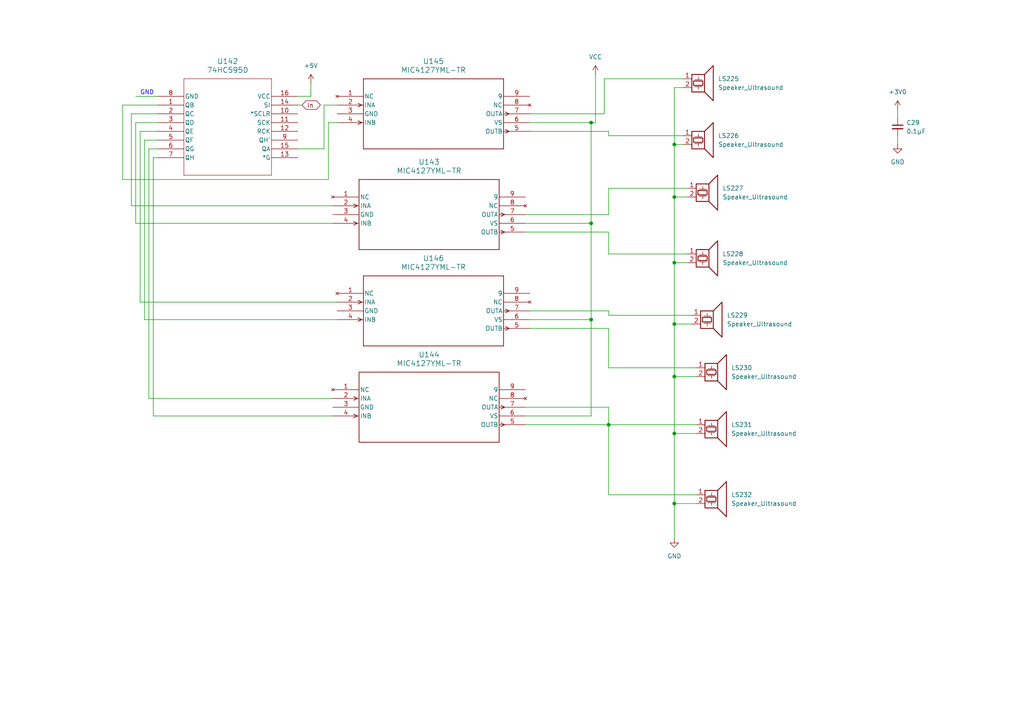
<source format=kicad_sch>
(kicad_sch (version 20250114) (generator "eeschema") (generator_version "9.0")
  (paper "A4")
  (lib_symbols
    (symbol "2025-12-28_09-02-17:MIC4127YML-TR" (pin_names (offset 0.254))
      (property "Reference" "U" (at 27.94 10.16 0))
      (property "Value" "MIC4127YML-TR" (at 27.94 7.62 0))
      (symbol "MIC4127YML-TR_0_1"
        (polyline (pts (xy 7.0993 -2.54) (xy 6.0579 -2.0193)) (stroke (width 0.2032)))
        (polyline (pts (xy 7.0993 -2.54) (xy 6.0579 -3.0607)) (stroke (width 0.2032)))
        (polyline (pts (xy 7.0993 -7.62) (xy 6.0579 -7.0993)) (stroke (width 0.2032)))
        (polyline (pts (xy 7.0993 -7.62) (xy 6.0579 -8.1407)) (stroke (width 0.2032)))
        (polyline (pts (xy 7.62 5.08) (xy 7.62 -15.24)) (stroke (width 0.2032)))
        (polyline (pts (xy 7.62 -15.24) (xy 48.26 -15.24)) (stroke (width 0.2032)))
        (polyline (pts (xy 48.26 5.08) (xy 7.62 5.08)) (stroke (width 0.2032)))
        (polyline (pts (xy 48.26 -15.24) (xy 48.26 5.08)) (stroke (width 0.2032)))
        (polyline (pts (xy 48.7807 -4.5593) (xy 49.8221 -5.08)) (stroke (width 0.2032)))
        (polyline (pts (xy 48.7807 -5.6007) (xy 49.8221 -5.08)) (stroke (width 0.2032)))
        (polyline (pts (xy 48.7807 -9.6393) (xy 49.8221 -10.16)) (stroke (width 0.2032)))
        (polyline (pts (xy 48.7807 -10.6807) (xy 49.8221 -10.16)) (stroke (width 0.2032)))
        (pin no_connect line (at 0 0 0) (length 7.62) (name "NC") (number "1"))
        (pin input line (at 0 -2.54 0) (length 7.62) (name "INA") (number "2"))
        (pin power_in line (at 0 -5.08 0) (length 7.62) (name "GND") (number "3"))
        (pin input line (at 0 -7.62 0) (length 7.62) (name "INB") (number "4"))
        (pin unspecified line (at 55.88 0 180) (length 7.62) (name "9") (number "9"))
        (pin no_connect line (at 55.88 -2.54 180) (length 7.62) (name "NC") (number "8"))
        (pin output line (at 55.88 -5.08 180) (length 7.62) (name "OUTA") (number "7"))
        (pin power_in line (at 55.88 -7.62 180) (length 7.62) (name "VS") (number "6"))
        (pin output line (at 55.88 -10.16 180) (length 7.62) (name "OUTB") (number "5"))
      )
    )
    (symbol "2025-12-28_09-22-42:74HC595D" (pin_names (offset 0.254))
      (property "Reference" "U" (at 20.32 10.16 0))
      (property "Value" "74HC595D" (at 20.32 7.62 0))
      (symbol "74HC595D_0_1"
        (polyline (pts (xy 7.62 5.08) (xy 7.62 -22.86)) (stroke (width 0.127)))
        (polyline (pts (xy 7.62 -22.86) (xy 33.02 -22.86)) (stroke (width 0.127)))
        (polyline (pts (xy 33.02 5.08) (xy 7.62 5.08)) (stroke (width 0.127)))
        (polyline (pts (xy 33.02 -22.86) (xy 33.02 5.08)) (stroke (width 0.127)))
        (pin power_out line (at 0 0 0) (length 7.62) (name "GND") (number "8"))
        (pin output line (at 0 -2.54 0) (length 7.62) (name "QB") (number "1"))
        (pin output line (at 0 -5.08 0) (length 7.62) (name "QC") (number "2"))
        (pin output line (at 0 -7.62 0) (length 7.62) (name "QD") (number "3"))
        (pin output line (at 0 -10.16 0) (length 7.62) (name "QE") (number "4"))
        (pin output line (at 0 -12.7 0) (length 7.62) (name "QF") (number "5"))
        (pin output line (at 0 -15.24 0) (length 7.62) (name "QG") (number "6"))
        (pin output line (at 0 -17.78 0) (length 7.62) (name "QH") (number "7"))
        (pin power_in line (at 40.64 0 180) (length 7.62) (name "VCC") (number "16"))
        (pin input line (at 40.64 -2.54 180) (length 7.62) (name "SI") (number "14"))
        (pin input line (at 40.64 -5.08 180) (length 7.62) (name "*SCLR") (number "10"))
        (pin input line (at 40.64 -7.62 180) (length 7.62) (name "SCK") (number "11"))
        (pin input line (at 40.64 -10.16 180) (length 7.62) (name "RCK") (number "12"))
        (pin output line (at 40.64 -12.7 180) (length 7.62) (name "QH'") (number "9"))
        (pin output line (at 40.64 -15.24 180) (length 7.62) (name "QA") (number "15"))
        (pin input line (at 40.64 -17.78 180) (length 7.62) (name "*G") (number "13"))
      )
    )
    (symbol "Device:C_Small" (pin_numbers (hide yes)) (pin_names (offset 0.254) (hide yes))
      (property "Reference" "C" (at 0.254 1.778 0))
      (property "Value" "C_Small" (at 0.254 -2.032 0))
      (symbol "C_Small_0_1"
        (polyline (pts (xy -1.524 0.508) (xy 1.524 0.508)) (stroke (width 0.3048)))
        (polyline (pts (xy -1.524 -0.508) (xy 1.524 -0.508)) (stroke (width 0.3302)))
      )
      (symbol "C_Small_1_1"
        (pin passive line (at 0 2.54 270) (length 2.032) (name "~") (number "1"))
        (pin passive line (at 0 -2.54 90) (length 2.032) (name "~") (number "2"))
      )
    )
    (symbol "Device:Speaker_Ultrasound" (pin_names (offset 0) (hide yes))
      (property "Reference" "LS" (at 0.635 5.715 0))
      (property "Value" "Speaker_Ultrasound" (at 0.635 3.81 0))
      (symbol "Speaker_Ultrasound_0_0"
        (rectangle (start -2.54 1.27) (end 1.143 -3.81) (stroke (width 0.254)))
        (rectangle (start -2.032 -0.635) (end 0.635 -1.905) (stroke (width 0.254)))
        (polyline (pts (xy -1.651 -0.254) (xy 0.381 -0.254)))
        (polyline (pts (xy -1.651 -2.286) (xy 0.381 -2.286)))
        (polyline (pts (xy -0.635 -0.254) (xy -0.635 0.508)))
        (polyline (pts (xy -0.635 -2.286) (xy -0.635 -3.048)))
        (polyline (pts (xy 1.143 1.27) (xy 3.683 3.81) (xy 3.683 -6.35) (xy 1.143 -3.81)) (stroke (width 0.254)))
      )
      (symbol "Speaker_Ultrasound_1_1"
        (pin input line (at -5.08 0 0) (length 2.54) (name "1") (number "1"))
        (pin input line (at -5.08 -2.54 0) (length 2.54) (name "2") (number "2"))
      )
    )
    (symbol "power:+3V0" (power) (pin_numbers (hide yes)) (pin_names (offset 0) (hide yes))
      (property "Value" "+3V0" (at 0 3.556 0))
      (symbol "+3V0_0_1"
        (polyline (pts (xy -0.762 1.27) (xy 0 2.54)))
        (polyline (pts (xy 0 2.54) (xy 0.762 1.27)))
        (polyline (pts (xy 0 0) (xy 0 2.54)))
      )
      (symbol "+3V0_1_1"
        (pin power_in line (at 0 0 90) (length 0) (name "~") (number "1"))
      )
    )
    (symbol "power:+5V" (power) (pin_numbers (hide yes)) (pin_names (offset 0) (hide yes))
      (property "Value" "+5V" (at 0 3.556 0))
      (symbol "+5V_0_1"
        (polyline (pts (xy -0.762 1.27) (xy 0 2.54)))
        (polyline (pts (xy 0 2.54) (xy 0.762 1.27)))
        (polyline (pts (xy 0 0) (xy 0 2.54)))
      )
      (symbol "+5V_1_1"
        (pin power_in line (at 0 0 90) (length 0) (name "~") (number "1"))
      )
    )
    (symbol "power:GND" (power) (pin_numbers (hide yes)) (pin_names (offset 0) (hide yes))
      (property "Value" "GND" (at 0 -3.81 0))
      (symbol "GND_0_1"
        (polyline (pts (xy 0 0) (xy 0 -1.27) (xy 1.27 -1.27) (xy 0 -2.54) (xy -1.27 -1.27) (xy 0 -1.27)))
      )
      (symbol "GND_1_1"
        (pin power_in line (at 0 0 270) (length 0) (name "~") (number "1"))
      )
    )
    (symbol "power:VCC" (power) (pin_numbers (hide yes)) (pin_names (offset 0) (hide yes))
      (property "Value" "VCC" (at 0 3.556 0))
      (symbol "VCC_0_1"
        (polyline (pts (xy -0.762 1.27) (xy 0 2.54)))
        (polyline (pts (xy 0 2.54) (xy 0.762 1.27)))
        (polyline (pts (xy 0 0) (xy 0 2.54)))
      )
      (symbol "VCC_1_1"
        (pin power_in line (at 0 0 90) (length 0) (name "~") (number "1"))
      )
    )
  )
  (text "GND" (at 42.672 26.924 0) (effects (font (size 1.27 1.27))))
  (junction (at 195.58 93.98))
  (junction (at 195.58 41.91))
  (junction (at 176.53 123.19))
  (junction (at 195.58 76.2))
  (junction (at 171.45 35.56))
  (junction (at 195.58 109.22))
  (junction (at 171.45 92.71))
  (junction (at 195.58 125.73))
  (junction (at 171.45 64.77))
  (junction (at 195.58 146.05))
  (junction (at 195.58 57.15))
  (wire (pts (xy 152.4 64.77) (xy 171.45 64.77)))
  (wire (pts (xy 38.1 33.02) (xy 38.1 59.69)))
  (wire (pts (xy 195.58 76.2) (xy 199.39 76.2)))
  (wire (pts (xy 45.72 45.72) (xy 44.45 45.72)))
  (wire (pts (xy 176.53 123.19) (xy 201.93 123.19)))
  (wire (pts (xy 152.4 118.11) (xy 176.53 118.11)))
  (wire (pts (xy 39.37 64.77) (xy 96.52 64.77)))
  (wire (pts (xy 153.67 38.1) (xy 176.53 38.1)))
  (wire (pts (xy 45.72 33.02) (xy 38.1 33.02)))
  (wire (pts (xy 195.58 41.91) (xy 198.12 41.91)))
  (wire (pts (xy 176.53 118.11) (xy 176.53 123.19)))
  (wire (pts (xy 38.1 59.69) (xy 96.52 59.69)))
  (wire (pts (xy 39.37 35.56) (xy 39.37 64.77)))
  (wire (pts (xy 86.36 30.48) (xy 87.63 30.48)))
  (wire (pts (xy 152.4 67.31) (xy 176.53 67.31)))
  (wire (pts (xy 40.64 38.1) (xy 40.64 87.63)))
  (wire (pts (xy 45.72 30.48) (xy 35.56 30.48)))
  (wire (pts (xy 171.45 35.56) (xy 171.45 64.77)))
  (wire (pts (xy 86.36 43.18) (xy 93.98 43.18)))
  (wire (pts (xy 176.53 54.61) (xy 199.39 54.61)))
  (wire (pts (xy 45.72 38.1) (xy 40.64 38.1)))
  (wire (pts (xy 41.91 92.71) (xy 97.79 92.71)))
  (wire (pts (xy 95.25 35.56) (xy 97.79 35.56)))
  (wire (pts (xy 195.58 93.98) (xy 195.58 109.22)))
  (wire (pts (xy 152.4 123.19) (xy 176.53 123.19)))
  (wire (pts (xy 153.67 33.02) (xy 175.26 33.02)))
  (wire (pts (xy 93.98 30.48) (xy 97.79 30.48)))
  (wire (pts (xy 86.36 27.94) (xy 90.17 27.94)))
  (wire (pts (xy 201.93 146.05) (xy 195.58 146.05)))
  (wire (pts (xy 176.53 67.31) (xy 176.53 73.66)))
  (wire (pts (xy 45.72 40.64) (xy 41.91 40.64)))
  (wire (pts (xy 171.45 92.71) (xy 171.45 120.65)))
  (wire (pts (xy 176.53 38.1) (xy 176.53 39.37)))
  (wire (pts (xy 176.53 143.51) (xy 201.93 143.51)))
  (wire (pts (xy 35.56 52.07) (xy 95.25 52.07)))
  (wire (pts (xy 260.35 31.75) (xy 260.35 34.29)))
  (wire (pts (xy 39.37 27.94) (xy 45.72 27.94)))
  (wire (pts (xy 35.56 30.48) (xy 35.56 52.07)))
  (wire (pts (xy 195.58 146.05) (xy 195.58 156.21)))
  (wire (pts (xy 43.18 43.18) (xy 43.18 115.57)))
  (wire (pts (xy 198.12 25.4) (xy 195.58 25.4)))
  (wire (pts (xy 43.18 115.57) (xy 96.52 115.57)))
  (wire (pts (xy 44.45 120.65) (xy 96.52 120.65)))
  (wire (pts (xy 176.53 62.23) (xy 176.53 54.61)))
  (wire (pts (xy 176.53 91.44) (xy 200.66 91.44)))
  (wire (pts (xy 153.67 35.56) (xy 171.45 35.56)))
  (wire (pts (xy 41.91 40.64) (xy 41.91 92.71)))
  (wire (pts (xy 90.17 24.13) (xy 90.17 27.94)))
  (wire (pts (xy 152.4 120.65) (xy 171.45 120.65)))
  (wire (pts (xy 195.58 125.73) (xy 201.93 125.73)))
  (wire (pts (xy 175.26 22.86) (xy 198.12 22.86)))
  (wire (pts (xy 44.45 45.72) (xy 44.45 120.65)))
  (wire (pts (xy 195.58 109.22) (xy 195.58 125.73)))
  (wire (pts (xy 153.67 95.25) (xy 176.53 95.25)))
  (wire (pts (xy 176.53 106.68) (xy 201.93 106.68)))
  (wire (pts (xy 195.58 93.98) (xy 200.66 93.98)))
  (wire (pts (xy 153.67 90.17) (xy 176.53 90.17)))
  (wire (pts (xy 195.58 41.91) (xy 195.58 57.15)))
  (wire (pts (xy 172.72 21.59) (xy 172.72 35.56)))
  (wire (pts (xy 195.58 76.2) (xy 195.58 93.98)))
  (wire (pts (xy 260.35 39.37) (xy 260.35 41.91)))
  (wire (pts (xy 153.67 92.71) (xy 171.45 92.71)))
  (wire (pts (xy 152.4 62.23) (xy 176.53 62.23)))
  (wire (pts (xy 171.45 64.77) (xy 171.45 92.71)))
  (wire (pts (xy 176.53 123.19) (xy 176.53 143.51)))
  (wire (pts (xy 45.72 43.18) (xy 43.18 43.18)))
  (wire (pts (xy 195.58 57.15) (xy 199.39 57.15)))
  (wire (pts (xy 195.58 125.73) (xy 195.58 146.05)))
  (wire (pts (xy 176.53 90.17) (xy 176.53 91.44)))
  (wire (pts (xy 195.58 109.22) (xy 201.93 109.22)))
  (wire (pts (xy 176.53 39.37) (xy 198.12 39.37)))
  (wire (pts (xy 175.26 33.02) (xy 175.26 22.86)))
  (wire (pts (xy 195.58 57.15) (xy 195.58 76.2)))
  (wire (pts (xy 95.25 52.07) (xy 95.25 35.56)))
  (wire (pts (xy 195.58 25.4) (xy 195.58 41.91)))
  (wire (pts (xy 45.72 35.56) (xy 39.37 35.56)))
  (wire (pts (xy 40.64 87.63) (xy 97.79 87.63)))
  (wire (pts (xy 93.98 43.18) (xy 93.98 30.48)))
  (wire (pts (xy 171.45 35.56) (xy 172.72 35.56)))
  (wire (pts (xy 176.53 73.66) (xy 199.39 73.66)))
  (wire (pts (xy 176.53 95.25) (xy 176.53 106.68)))
  (global_label "In" (shape bidirectional) (at 87.63 30.48 0) (property "Intersheetrefs" "${INTERSHEET_REFS}" (effects (hide yes))))
  (symbol (lib_id "Device:Speaker_Ultrasound") (at 205.74 91.44 0) (unit 1)
    (property "Reference" "LS229" (at 210.82 91.4399 0) (effects (justify left)))
    (property "Value" "Speaker_Ultrasound" (at 210.82 93.9799 0) (effects (justify left)))
    (property "Description" "Ultrasonic transducer" (effects (hide yes)))
  )
  (symbol (lib_id "Device:Speaker_Ultrasound") (at 203.2 39.37 0) (unit 1)
    (property "Reference" "LS226" (at 208.28 39.3699 0) (effects (justify left)))
    (property "Value" "Speaker_Ultrasound" (at 208.28 41.9099 0) (effects (justify left)))
    (property "Description" "Ultrasonic transducer" (effects (hide yes)))
  )
  (symbol (lib_id "2025-12-28_09-02-17:MIC4127YML-TR") (at 96.52 113.03 0) (unit 1)
    (property "Reference" "U144" (at 124.46 102.87 0) (effects (font (size 1.524 1.524))))
    (property "Value" "MIC4127YML-TR" (at 124.46 105.41 0) (effects (font (size 1.524 1.524))))
    (property "Footprint" "MLF-8_ML_MCH" (effects (hide yes)))
    (property "Datasheet" "MIC4127YML-TR" (effects (hide yes)))
  )
  (symbol (lib_id "Device:Speaker_Ultrasound") (at 207.01 123.19 0) (unit 1)
    (property "Reference" "LS231" (at 212.09 123.1899 0) (effects (justify left)))
    (property "Value" "Speaker_Ultrasound" (at 212.09 125.7299 0) (effects (justify left)))
    (property "Description" "Ultrasonic transducer" (effects (hide yes)))
  )
  (symbol (lib_id "power:VCC") (at 172.72 21.59 0) (unit 1)
    (property "Reference" "#PWR0142" (effects (hide yes)))
    (property "Value" "VCC" (at 172.72 16.51 0))
    (property "Description" "Power symbol creates a global label with name \"VCC\"" (effects (hide yes)))
  )
  (symbol (lib_id "Device:Speaker_Ultrasound") (at 203.2 22.86 0) (unit 1)
    (property "Reference" "LS225" (at 208.28 22.8599 0) (effects (justify left)))
    (property "Value" "Speaker_Ultrasound" (at 208.28 25.3999 0) (effects (justify left)))
    (property "Description" "Ultrasonic transducer" (effects (hide yes)))
  )
  (symbol (lib_id "Device:Speaker_Ultrasound") (at 204.47 73.66 0) (unit 1)
    (property "Reference" "LS228" (at 209.55 73.6599 0) (effects (justify left)))
    (property "Value" "Speaker_Ultrasound" (at 209.55 76.1999 0) (effects (justify left)))
    (property "Description" "Ultrasonic transducer" (effects (hide yes)))
  )
  (symbol (lib_id "Device:C_Small") (at 260.35 36.83 0) (unit 1)
    (property "Reference" "C29" (at 262.89 35.5662 0) (effects (justify left)))
    (property "Value" "0.1μF" (at 262.89 38.1062 0) (effects (justify left)))
    (property "Description" "Unpolarized capacitor, small symbol" (effects (hide yes)))
  )
  (symbol (lib_id "Device:Speaker_Ultrasound") (at 204.47 54.61 0) (unit 1)
    (property "Reference" "LS227" (at 209.55 54.6099 0) (effects (justify left)))
    (property "Value" "Speaker_Ultrasound" (at 209.55 57.1499 0) (effects (justify left)))
    (property "Description" "Ultrasonic transducer" (effects (hide yes)))
  )
  (symbol (lib_id "2025-12-28_09-02-17:MIC4127YML-TR") (at 96.52 57.15 0) (unit 1)
    (property "Reference" "U143" (at 124.46 46.99 0) (effects (font (size 1.524 1.524))))
    (property "Value" "MIC4127YML-TR" (at 124.46 49.53 0) (effects (font (size 1.524 1.524))))
    (property "Footprint" "MLF-8_ML_MCH" (effects (hide yes)))
    (property "Datasheet" "MIC4127YML-TR" (effects (hide yes)))
  )
  (symbol (lib_id "power:GND") (at 260.35 41.91 0) (unit 1)
    (property "Reference" "#PWR0145" (effects (hide yes)))
    (property "Value" "GND" (at 260.35 46.99 0))
    (property "Description" "Power symbol creates a global label with name \"GND\" , ground" (effects (hide yes)))
  )
  (symbol (lib_id "2025-12-28_09-22-42:74HC595D") (at 45.72 27.94 0) (unit 1)
    (property "Reference" "U142" (at 66.04 17.78 0) (effects (font (size 1.524 1.524))))
    (property "Value" "74HC595D" (at 66.04 20.32 0) (effects (font (size 1.524 1.524))))
    (property "Footprint" "SOIC16_TOS" (effects (hide yes)))
    (property "Datasheet" "https://toshiba.semicon-storage.com/info/docget.jsp?did=36768&prodName=74HC595D" (effects (hide yes)))
  )
  (symbol (lib_id "power:+5V") (at 90.17 24.13 0) (unit 1)
    (property "Reference" "#PWR0141" (effects (hide yes)))
    (property "Value" "+5V" (at 90.17 19.05 0))
    (property "Description" "Power symbol creates a global label with name \"+5V\"" (effects (hide yes)))
  )
  (symbol (lib_id "Device:Speaker_Ultrasound") (at 207.01 106.68 0) (unit 1)
    (property "Reference" "LS230" (at 212.09 106.6799 0) (effects (justify left)))
    (property "Value" "Speaker_Ultrasound" (at 212.09 109.2199 0) (effects (justify left)))
    (property "Description" "Ultrasonic transducer" (effects (hide yes)))
  )
  (symbol (lib_id "power:GND") (at 195.58 156.21 0) (unit 1)
    (property "Reference" "#PWR0143" (effects (hide yes)))
    (property "Value" "GND" (at 195.58 161.29 0))
    (property "Description" "Power symbol creates a global label with name \"GND\" , ground" (effects (hide yes)))
  )
  (symbol (lib_id "power:+3V0") (at 260.35 31.75 0) (unit 1)
    (property "Reference" "#PWR0144" (effects (hide yes)))
    (property "Value" "+3V0" (at 260.35 26.67 0))
    (property "Description" "Power symbol creates a global label with name \"+3V0\"" (effects (hide yes)))
  )
  (symbol (lib_id "Device:Speaker_Ultrasound") (at 207.01 143.51 0) (unit 1)
    (property "Reference" "LS232" (at 212.09 143.5099 0) (effects (justify left)))
    (property "Value" "Speaker_Ultrasound" (at 212.09 146.0499 0) (effects (justify left)))
    (property "Description" "Ultrasonic transducer" (effects (hide yes)))
  )
  (symbol (lib_id "2025-12-28_09-02-17:MIC4127YML-TR") (at 97.79 27.94 0) (unit 1)
    (property "Reference" "U145" (at 125.73 17.78 0) (effects (font (size 1.524 1.524))))
    (property "Value" "MIC4127YML-TR" (at 125.73 20.32 0) (effects (font (size 1.524 1.524))))
    (property "Footprint" "MLF-8_ML_MCH" (effects (hide yes)))
    (property "Datasheet" "MIC4127YML-TR" (effects (hide yes)))
  )
  (symbol (lib_id "2025-12-28_09-02-17:MIC4127YML-TR") (at 97.79 85.09 0) (unit 1)
    (property "Reference" "U146" (at 125.73 74.93 0) (effects (font (size 1.524 1.524))))
    (property "Value" "MIC4127YML-TR" (at 125.73 77.47 0) (effects (font (size 1.524 1.524))))
    (property "Footprint" "MLF-8_ML_MCH" (effects (hide yes)))
    (property "Datasheet" "MIC4127YML-TR" (effects (hide yes)))
  )
)
</source>
